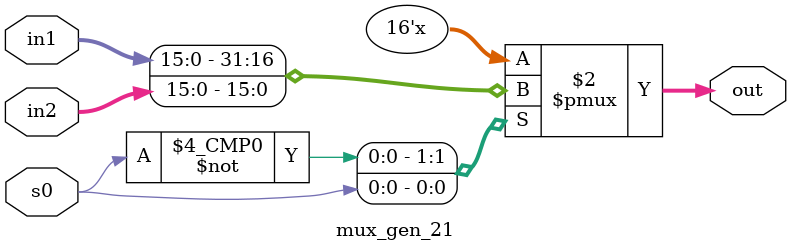
<source format=v>
module mux_gen_21 (out, s0, in1, in2);

output reg [15:0] out;
input [15:0] in1, in2;
input s0;

always @(*)
begin
	case(s0)
	1'b0	: out = in1;
	1'b1	: out = in2;
	endcase
end

endmodule
</source>
